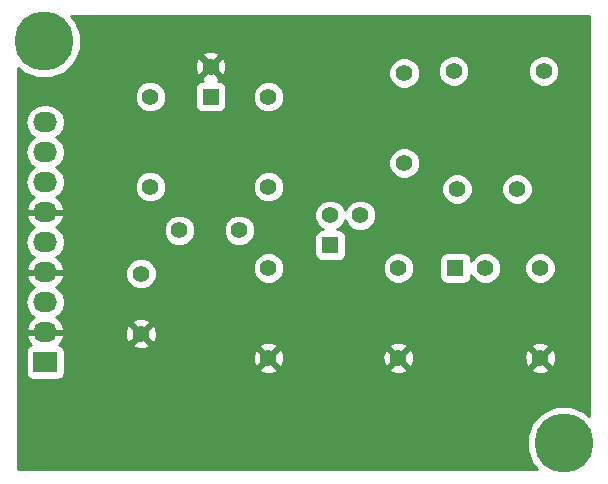
<source format=gtl>
G04 #@! TF.FileFunction,Copper,L1,Top,Signal*
%FSLAX45Y45*%
G04 Gerber Fmt 4.5, Leading zero omitted, Abs format (unit mm)*
G04 Created by KiCad (PCBNEW (2015-01-25 BZR 5388)-product) date Mo 03 Aug 2015 14:17:27 CEST*
%MOMM*%
G01*
G04 APERTURE LIST*
%ADD10C,0.150000*%
%ADD11C,5.001260*%
%ADD12C,1.397000*%
%ADD13R,2.032000X1.727200*%
%ADD14O,2.032000X1.727200*%
%ADD15R,1.397000X1.397000*%
%ADD16C,0.254000*%
G04 APERTURE END LIST*
D10*
D11*
X17100042Y-9900158D03*
X12700000Y-6499860D03*
D12*
X14599920Y-8419084D03*
X14599920Y-9181084D03*
X16899890Y-8419084D03*
X16899890Y-9181084D03*
X16168878Y-6750050D03*
X16930878Y-6750050D03*
X15749778Y-6769100D03*
X15749778Y-7531100D03*
X14599920Y-6968998D03*
X14599920Y-7730998D03*
X13599922Y-6968998D03*
X13599922Y-7730998D03*
X15699994Y-8419084D03*
X15699994Y-9181084D03*
X16195802Y-7750048D03*
X16703802Y-7750048D03*
X13846048Y-8100060D03*
X14354048Y-8100060D03*
X13519912Y-8466074D03*
X13519912Y-8974074D03*
D13*
X12710000Y-9216000D03*
D14*
X12710000Y-8962000D03*
X12710000Y-8708000D03*
X12710000Y-8454000D03*
X12710000Y-8200000D03*
X12710000Y-7946000D03*
X12710000Y-7692000D03*
X12710000Y-7438000D03*
X12710000Y-7184000D03*
D15*
X14110000Y-6967000D03*
D12*
X14110000Y-6713000D03*
D15*
X16183000Y-8420000D03*
D12*
X16437000Y-8420000D03*
D15*
X15123000Y-8227000D03*
D12*
X15123000Y-7973000D03*
X15377000Y-7973000D03*
D16*
G36*
X17317466Y-9674129D02*
X17277893Y-9634487D01*
X17162687Y-9586650D01*
X17064251Y-9586564D01*
X17064251Y-6723641D01*
X17043993Y-6674612D01*
X17006513Y-6637067D01*
X16957519Y-6616723D01*
X16904469Y-6616677D01*
X16855440Y-6636935D01*
X16817895Y-6674415D01*
X16797551Y-6723409D01*
X16797505Y-6776459D01*
X16817763Y-6825488D01*
X16855243Y-6863033D01*
X16904237Y-6883377D01*
X16957287Y-6883423D01*
X17006316Y-6863165D01*
X17043861Y-6825685D01*
X17064205Y-6776691D01*
X17064251Y-6723641D01*
X17064251Y-9586564D01*
X17037944Y-9586541D01*
X17034483Y-9587971D01*
X17034483Y-9200336D01*
X17033263Y-9177888D01*
X17033263Y-8392675D01*
X17013005Y-8343646D01*
X16975525Y-8306101D01*
X16926531Y-8285757D01*
X16873481Y-8285711D01*
X16837175Y-8300712D01*
X16837175Y-7723639D01*
X16816917Y-7674610D01*
X16779437Y-7637065D01*
X16730443Y-7616721D01*
X16677393Y-7616675D01*
X16628364Y-7636933D01*
X16590819Y-7674413D01*
X16570475Y-7723407D01*
X16570429Y-7776457D01*
X16590687Y-7825486D01*
X16628167Y-7863031D01*
X16677161Y-7883375D01*
X16730211Y-7883421D01*
X16779240Y-7863163D01*
X16816785Y-7825683D01*
X16837129Y-7776689D01*
X16837175Y-7723639D01*
X16837175Y-8300712D01*
X16824452Y-8305969D01*
X16786907Y-8343449D01*
X16766563Y-8392443D01*
X16766517Y-8445493D01*
X16786775Y-8494522D01*
X16824255Y-8532067D01*
X16873249Y-8552411D01*
X16926299Y-8552457D01*
X16975328Y-8532199D01*
X17012873Y-8494719D01*
X17033217Y-8445725D01*
X17033263Y-8392675D01*
X17033263Y-9177888D01*
X17031605Y-9147364D01*
X17016870Y-9111791D01*
X16993309Y-9105626D01*
X16975348Y-9123586D01*
X16975348Y-9087665D01*
X16969183Y-9064104D01*
X16919142Y-9046491D01*
X16866170Y-9049369D01*
X16830597Y-9064104D01*
X16824432Y-9087665D01*
X16899890Y-9163124D01*
X16975348Y-9087665D01*
X16975348Y-9123586D01*
X16917851Y-9181084D01*
X16993309Y-9256542D01*
X17016870Y-9250377D01*
X17034483Y-9200336D01*
X17034483Y-9587971D01*
X16975348Y-9612405D01*
X16975348Y-9274503D01*
X16899890Y-9199045D01*
X16881930Y-9217005D01*
X16881930Y-9181084D01*
X16806471Y-9105626D01*
X16782910Y-9111791D01*
X16765297Y-9161832D01*
X16768175Y-9214804D01*
X16782910Y-9250377D01*
X16806471Y-9256542D01*
X16881930Y-9181084D01*
X16881930Y-9217005D01*
X16824432Y-9274503D01*
X16830597Y-9298064D01*
X16880638Y-9315677D01*
X16933610Y-9312799D01*
X16969183Y-9298064D01*
X16975348Y-9274503D01*
X16975348Y-9612405D01*
X16922655Y-9634177D01*
X16834371Y-9722307D01*
X16786534Y-9837513D01*
X16786425Y-9962256D01*
X16834061Y-10077545D01*
X16873775Y-10117328D01*
X16570373Y-10117328D01*
X16570373Y-8393591D01*
X16550115Y-8344562D01*
X16512635Y-8307017D01*
X16463641Y-8286673D01*
X16410591Y-8286627D01*
X16361562Y-8306885D01*
X16329175Y-8339216D01*
X16329175Y-7723639D01*
X16308917Y-7674610D01*
X16302251Y-7667933D01*
X16302251Y-6723641D01*
X16281993Y-6674612D01*
X16244513Y-6637067D01*
X16195519Y-6616723D01*
X16142469Y-6616677D01*
X16093440Y-6636935D01*
X16055895Y-6674415D01*
X16035551Y-6723409D01*
X16035505Y-6776459D01*
X16055763Y-6825488D01*
X16093243Y-6863033D01*
X16142237Y-6883377D01*
X16195287Y-6883423D01*
X16244316Y-6863165D01*
X16281861Y-6825685D01*
X16302205Y-6776691D01*
X16302251Y-6723641D01*
X16302251Y-7667933D01*
X16271437Y-7637065D01*
X16222443Y-7616721D01*
X16169393Y-7616675D01*
X16120364Y-7636933D01*
X16082819Y-7674413D01*
X16062475Y-7723407D01*
X16062429Y-7776457D01*
X16082687Y-7825486D01*
X16120167Y-7863031D01*
X16169161Y-7883375D01*
X16222211Y-7883421D01*
X16271240Y-7863163D01*
X16308785Y-7825683D01*
X16329129Y-7776689D01*
X16329175Y-7723639D01*
X16329175Y-8339216D01*
X16324017Y-8344365D01*
X16317594Y-8359834D01*
X16317594Y-8350150D01*
X16312896Y-8325938D01*
X16298917Y-8304657D01*
X16277814Y-8290412D01*
X16252850Y-8285406D01*
X16113150Y-8285406D01*
X16088938Y-8290104D01*
X16067657Y-8304083D01*
X16053412Y-8325186D01*
X16048406Y-8350150D01*
X16048406Y-8489850D01*
X16053104Y-8514062D01*
X16067083Y-8535343D01*
X16088186Y-8549588D01*
X16113150Y-8554594D01*
X16252850Y-8554594D01*
X16277062Y-8549896D01*
X16298343Y-8535917D01*
X16312588Y-8514814D01*
X16317594Y-8489850D01*
X16317594Y-8480212D01*
X16323885Y-8495438D01*
X16361365Y-8532983D01*
X16410359Y-8553327D01*
X16463409Y-8553373D01*
X16512438Y-8533115D01*
X16549983Y-8495635D01*
X16570327Y-8446641D01*
X16570373Y-8393591D01*
X16570373Y-10117328D01*
X15883151Y-10117328D01*
X15883151Y-7504691D01*
X15883151Y-6742691D01*
X15862893Y-6693662D01*
X15825413Y-6656117D01*
X15776419Y-6635773D01*
X15723369Y-6635727D01*
X15674340Y-6655985D01*
X15636795Y-6693465D01*
X15616451Y-6742459D01*
X15616405Y-6795509D01*
X15636663Y-6844538D01*
X15674143Y-6882083D01*
X15723137Y-6902427D01*
X15776187Y-6902473D01*
X15825216Y-6882215D01*
X15862761Y-6844735D01*
X15883105Y-6795741D01*
X15883151Y-6742691D01*
X15883151Y-7504691D01*
X15862893Y-7455662D01*
X15825413Y-7418117D01*
X15776419Y-7397773D01*
X15723369Y-7397727D01*
X15674340Y-7417985D01*
X15636795Y-7455465D01*
X15616451Y-7504459D01*
X15616405Y-7557509D01*
X15636663Y-7606538D01*
X15674143Y-7644083D01*
X15723137Y-7664427D01*
X15776187Y-7664473D01*
X15825216Y-7644215D01*
X15862761Y-7606735D01*
X15883105Y-7557741D01*
X15883151Y-7504691D01*
X15883151Y-10117328D01*
X15834587Y-10117328D01*
X15834587Y-9200336D01*
X15833367Y-9177888D01*
X15833367Y-8392675D01*
X15813109Y-8343646D01*
X15775629Y-8306101D01*
X15726635Y-8285757D01*
X15673585Y-8285711D01*
X15624556Y-8305969D01*
X15587011Y-8343449D01*
X15566667Y-8392443D01*
X15566621Y-8445493D01*
X15586879Y-8494522D01*
X15624359Y-8532067D01*
X15673353Y-8552411D01*
X15726403Y-8552457D01*
X15775432Y-8532199D01*
X15812977Y-8494719D01*
X15833321Y-8445725D01*
X15833367Y-8392675D01*
X15833367Y-9177888D01*
X15831709Y-9147364D01*
X15816974Y-9111791D01*
X15793413Y-9105626D01*
X15775452Y-9123586D01*
X15775452Y-9087665D01*
X15769287Y-9064104D01*
X15719246Y-9046491D01*
X15666274Y-9049369D01*
X15630701Y-9064104D01*
X15624536Y-9087665D01*
X15699994Y-9163124D01*
X15775452Y-9087665D01*
X15775452Y-9123586D01*
X15717954Y-9181084D01*
X15793413Y-9256542D01*
X15816974Y-9250377D01*
X15834587Y-9200336D01*
X15834587Y-10117328D01*
X15775452Y-10117328D01*
X15775452Y-9274503D01*
X15699994Y-9199045D01*
X15682033Y-9217005D01*
X15682033Y-9181084D01*
X15606575Y-9105626D01*
X15583014Y-9111791D01*
X15565401Y-9161832D01*
X15568279Y-9214804D01*
X15583014Y-9250377D01*
X15606575Y-9256542D01*
X15682033Y-9181084D01*
X15682033Y-9217005D01*
X15624536Y-9274503D01*
X15630701Y-9298064D01*
X15680742Y-9315677D01*
X15733714Y-9312799D01*
X15769287Y-9298064D01*
X15775452Y-9274503D01*
X15775452Y-10117328D01*
X15510373Y-10117328D01*
X15510373Y-7946591D01*
X15490115Y-7897562D01*
X15452635Y-7860017D01*
X15403641Y-7839673D01*
X15350591Y-7839627D01*
X15301562Y-7859885D01*
X15264017Y-7897365D01*
X15249991Y-7931145D01*
X15236115Y-7897562D01*
X15198635Y-7860017D01*
X15149641Y-7839673D01*
X15096591Y-7839627D01*
X15047562Y-7859885D01*
X15010017Y-7897365D01*
X14989673Y-7946359D01*
X14989627Y-7999409D01*
X15009885Y-8048438D01*
X15047365Y-8085983D01*
X15062834Y-8092406D01*
X15053150Y-8092406D01*
X15028938Y-8097104D01*
X15007657Y-8111083D01*
X14993412Y-8132186D01*
X14988406Y-8157150D01*
X14988406Y-8296850D01*
X14993104Y-8321062D01*
X15007083Y-8342343D01*
X15028186Y-8356588D01*
X15053150Y-8361594D01*
X15192850Y-8361594D01*
X15217062Y-8356896D01*
X15238343Y-8342917D01*
X15252588Y-8321814D01*
X15257594Y-8296850D01*
X15257594Y-8157150D01*
X15252896Y-8132938D01*
X15238917Y-8111657D01*
X15217814Y-8097412D01*
X15192850Y-8092406D01*
X15183212Y-8092406D01*
X15198438Y-8086115D01*
X15235983Y-8048635D01*
X15250009Y-8014855D01*
X15263885Y-8048438D01*
X15301365Y-8085983D01*
X15350359Y-8106327D01*
X15403409Y-8106373D01*
X15452438Y-8086115D01*
X15489983Y-8048635D01*
X15510327Y-7999641D01*
X15510373Y-7946591D01*
X15510373Y-10117328D01*
X14734513Y-10117328D01*
X14734513Y-9200336D01*
X14733293Y-9177888D01*
X14733293Y-8392675D01*
X14733293Y-7704589D01*
X14733293Y-6942589D01*
X14713035Y-6893560D01*
X14675555Y-6856015D01*
X14626561Y-6835671D01*
X14573511Y-6835625D01*
X14524482Y-6855883D01*
X14486937Y-6893363D01*
X14466593Y-6942357D01*
X14466547Y-6995407D01*
X14486805Y-7044436D01*
X14524285Y-7081981D01*
X14573279Y-7102325D01*
X14626329Y-7102371D01*
X14675358Y-7082113D01*
X14712903Y-7044633D01*
X14733247Y-6995639D01*
X14733293Y-6942589D01*
X14733293Y-7704589D01*
X14713035Y-7655560D01*
X14675555Y-7618015D01*
X14626561Y-7597671D01*
X14573511Y-7597625D01*
X14524482Y-7617883D01*
X14486937Y-7655363D01*
X14466593Y-7704357D01*
X14466547Y-7757407D01*
X14486805Y-7806436D01*
X14524285Y-7843981D01*
X14573279Y-7864325D01*
X14626329Y-7864371D01*
X14675358Y-7844113D01*
X14712903Y-7806633D01*
X14733247Y-7757639D01*
X14733293Y-7704589D01*
X14733293Y-8392675D01*
X14713035Y-8343646D01*
X14675555Y-8306101D01*
X14626561Y-8285757D01*
X14573511Y-8285711D01*
X14524482Y-8305969D01*
X14487421Y-8342966D01*
X14487421Y-8073651D01*
X14467163Y-8024622D01*
X14429683Y-7987077D01*
X14380689Y-7966733D01*
X14327639Y-7966687D01*
X14278610Y-7986945D01*
X14244594Y-8020902D01*
X14244594Y-7036850D01*
X14244594Y-6897150D01*
X14244593Y-6897143D01*
X14244593Y-6732252D01*
X14241715Y-6679280D01*
X14226980Y-6643707D01*
X14203419Y-6637542D01*
X14185458Y-6655502D01*
X14185458Y-6619581D01*
X14179293Y-6596020D01*
X14129252Y-6578407D01*
X14076280Y-6581285D01*
X14040707Y-6596020D01*
X14034542Y-6619581D01*
X14110000Y-6695039D01*
X14185458Y-6619581D01*
X14185458Y-6655502D01*
X14127960Y-6713000D01*
X14203419Y-6788458D01*
X14226980Y-6782293D01*
X14244593Y-6732252D01*
X14244593Y-6897143D01*
X14239896Y-6872938D01*
X14225917Y-6851657D01*
X14204814Y-6837412D01*
X14179850Y-6832406D01*
X14173436Y-6832406D01*
X14179293Y-6829980D01*
X14185458Y-6806419D01*
X14110000Y-6730960D01*
X14092039Y-6748921D01*
X14092039Y-6713000D01*
X14016581Y-6637542D01*
X13993020Y-6643707D01*
X13975407Y-6693748D01*
X13978285Y-6746720D01*
X13993020Y-6782293D01*
X14016581Y-6788458D01*
X14092039Y-6713000D01*
X14092039Y-6748921D01*
X14034542Y-6806419D01*
X14040707Y-6829980D01*
X14047600Y-6832406D01*
X14040150Y-6832406D01*
X14015938Y-6837104D01*
X13994657Y-6851083D01*
X13980412Y-6872186D01*
X13975406Y-6897150D01*
X13975406Y-7036850D01*
X13980104Y-7061062D01*
X13994083Y-7082343D01*
X14015186Y-7096588D01*
X14040150Y-7101594D01*
X14179850Y-7101594D01*
X14204062Y-7096896D01*
X14225343Y-7082917D01*
X14239588Y-7061814D01*
X14244594Y-7036850D01*
X14244594Y-8020902D01*
X14241065Y-8024425D01*
X14220721Y-8073419D01*
X14220675Y-8126469D01*
X14240933Y-8175498D01*
X14278413Y-8213043D01*
X14327407Y-8233387D01*
X14380457Y-8233433D01*
X14429486Y-8213175D01*
X14467031Y-8175695D01*
X14487375Y-8126701D01*
X14487421Y-8073651D01*
X14487421Y-8342966D01*
X14486937Y-8343449D01*
X14466593Y-8392443D01*
X14466547Y-8445493D01*
X14486805Y-8494522D01*
X14524285Y-8532067D01*
X14573279Y-8552411D01*
X14626329Y-8552457D01*
X14675358Y-8532199D01*
X14712903Y-8494719D01*
X14733247Y-8445725D01*
X14733293Y-8392675D01*
X14733293Y-9177888D01*
X14731635Y-9147364D01*
X14716900Y-9111791D01*
X14693339Y-9105626D01*
X14675378Y-9123586D01*
X14675378Y-9087665D01*
X14669213Y-9064104D01*
X14619172Y-9046491D01*
X14566200Y-9049369D01*
X14530627Y-9064104D01*
X14524462Y-9087665D01*
X14599920Y-9163124D01*
X14675378Y-9087665D01*
X14675378Y-9123586D01*
X14617880Y-9181084D01*
X14693339Y-9256542D01*
X14716900Y-9250377D01*
X14734513Y-9200336D01*
X14734513Y-10117328D01*
X14675378Y-10117328D01*
X14675378Y-9274503D01*
X14599920Y-9199045D01*
X14581959Y-9217005D01*
X14581959Y-9181084D01*
X14506501Y-9105626D01*
X14482940Y-9111791D01*
X14465327Y-9161832D01*
X14468205Y-9214804D01*
X14482940Y-9250377D01*
X14506501Y-9256542D01*
X14581959Y-9181084D01*
X14581959Y-9217005D01*
X14524462Y-9274503D01*
X14530627Y-9298064D01*
X14580668Y-9315677D01*
X14633640Y-9312799D01*
X14669213Y-9298064D01*
X14675378Y-9274503D01*
X14675378Y-10117328D01*
X13979421Y-10117328D01*
X13979421Y-8073651D01*
X13959163Y-8024622D01*
X13921683Y-7987077D01*
X13872689Y-7966733D01*
X13819639Y-7966687D01*
X13770610Y-7986945D01*
X13733295Y-8024195D01*
X13733295Y-7704589D01*
X13733295Y-6942589D01*
X13713037Y-6893560D01*
X13675557Y-6856015D01*
X13626563Y-6835671D01*
X13573513Y-6835625D01*
X13524484Y-6855883D01*
X13486939Y-6893363D01*
X13466595Y-6942357D01*
X13466549Y-6995407D01*
X13486807Y-7044436D01*
X13524287Y-7081981D01*
X13573281Y-7102325D01*
X13626331Y-7102371D01*
X13675360Y-7082113D01*
X13712905Y-7044633D01*
X13733249Y-6995639D01*
X13733295Y-6942589D01*
X13733295Y-7704589D01*
X13713037Y-7655560D01*
X13675557Y-7618015D01*
X13626563Y-7597671D01*
X13573513Y-7597625D01*
X13524484Y-7617883D01*
X13486939Y-7655363D01*
X13466595Y-7704357D01*
X13466549Y-7757407D01*
X13486807Y-7806436D01*
X13524287Y-7843981D01*
X13573281Y-7864325D01*
X13626331Y-7864371D01*
X13675360Y-7844113D01*
X13712905Y-7806633D01*
X13733249Y-7757639D01*
X13733295Y-7704589D01*
X13733295Y-8024195D01*
X13733065Y-8024425D01*
X13712721Y-8073419D01*
X13712675Y-8126469D01*
X13732933Y-8175498D01*
X13770413Y-8213043D01*
X13819407Y-8233387D01*
X13872457Y-8233433D01*
X13921486Y-8213175D01*
X13959031Y-8175695D01*
X13979375Y-8126701D01*
X13979421Y-8073651D01*
X13979421Y-10117328D01*
X13654505Y-10117328D01*
X13654505Y-8993326D01*
X13653285Y-8970878D01*
X13653285Y-8439665D01*
X13633027Y-8390636D01*
X13595547Y-8353091D01*
X13546553Y-8332747D01*
X13493503Y-8332701D01*
X13444474Y-8352959D01*
X13406929Y-8390439D01*
X13386585Y-8439433D01*
X13386539Y-8492483D01*
X13406797Y-8541512D01*
X13444277Y-8579057D01*
X13493271Y-8599401D01*
X13546321Y-8599447D01*
X13595350Y-8579189D01*
X13632895Y-8541709D01*
X13653239Y-8492715D01*
X13653285Y-8439665D01*
X13653285Y-8970878D01*
X13651627Y-8940354D01*
X13636892Y-8904781D01*
X13613331Y-8898616D01*
X13595370Y-8916576D01*
X13595370Y-8880655D01*
X13589205Y-8857094D01*
X13539164Y-8839481D01*
X13486192Y-8842359D01*
X13450619Y-8857094D01*
X13444454Y-8880655D01*
X13519912Y-8956114D01*
X13595370Y-8880655D01*
X13595370Y-8916576D01*
X13537872Y-8974074D01*
X13613331Y-9049532D01*
X13636892Y-9043367D01*
X13654505Y-8993326D01*
X13654505Y-10117328D01*
X13595370Y-10117328D01*
X13595370Y-9067493D01*
X13519912Y-8992035D01*
X13501951Y-9009995D01*
X13501951Y-8974074D01*
X13426493Y-8898616D01*
X13402932Y-8904781D01*
X13385319Y-8954822D01*
X13388197Y-9007794D01*
X13402932Y-9043367D01*
X13426493Y-9049532D01*
X13501951Y-8974074D01*
X13501951Y-9009995D01*
X13444454Y-9067493D01*
X13450619Y-9091054D01*
X13500660Y-9108667D01*
X13553632Y-9105789D01*
X13589205Y-9091054D01*
X13595370Y-9067493D01*
X13595370Y-10117328D01*
X12878334Y-10117328D01*
X12878334Y-8708000D01*
X12878334Y-8200000D01*
X12878334Y-7692000D01*
X12866927Y-7634651D01*
X12834441Y-7586033D01*
X12802963Y-7565000D01*
X12834441Y-7543967D01*
X12866927Y-7495349D01*
X12878334Y-7438000D01*
X12866927Y-7380651D01*
X12834441Y-7332033D01*
X12802963Y-7311000D01*
X12834441Y-7289967D01*
X12866927Y-7241349D01*
X12878334Y-7184000D01*
X12866927Y-7126651D01*
X12834441Y-7078033D01*
X12785823Y-7045547D01*
X12728474Y-7034140D01*
X12691525Y-7034140D01*
X12634177Y-7045547D01*
X12585558Y-7078033D01*
X12553073Y-7126651D01*
X12541665Y-7184000D01*
X12553073Y-7241349D01*
X12585558Y-7289967D01*
X12617036Y-7311000D01*
X12585558Y-7332033D01*
X12553073Y-7380651D01*
X12541665Y-7438000D01*
X12553073Y-7495349D01*
X12585558Y-7543967D01*
X12617036Y-7565000D01*
X12585558Y-7586033D01*
X12553073Y-7634651D01*
X12541665Y-7692000D01*
X12553073Y-7749349D01*
X12585558Y-7797967D01*
X12616507Y-7818646D01*
X12574927Y-7855796D01*
X12549529Y-7908521D01*
X12549264Y-7910097D01*
X12561378Y-7933300D01*
X12697300Y-7933300D01*
X12697300Y-7931300D01*
X12722700Y-7931300D01*
X12722700Y-7933300D01*
X12858622Y-7933300D01*
X12870736Y-7910097D01*
X12870471Y-7908521D01*
X12845073Y-7855796D01*
X12803493Y-7818646D01*
X12834441Y-7797967D01*
X12866927Y-7749349D01*
X12878334Y-7692000D01*
X12878334Y-8200000D01*
X12866927Y-8142651D01*
X12834441Y-8094033D01*
X12803493Y-8073354D01*
X12845073Y-8036204D01*
X12870471Y-7983479D01*
X12870736Y-7981903D01*
X12858622Y-7958700D01*
X12722700Y-7958700D01*
X12722700Y-7960700D01*
X12697300Y-7960700D01*
X12697300Y-7958700D01*
X12561378Y-7958700D01*
X12549264Y-7981903D01*
X12549529Y-7983479D01*
X12574927Y-8036204D01*
X12616507Y-8073354D01*
X12585558Y-8094033D01*
X12553073Y-8142651D01*
X12541665Y-8200000D01*
X12553073Y-8257349D01*
X12585558Y-8305967D01*
X12616507Y-8326646D01*
X12574927Y-8363796D01*
X12549529Y-8416521D01*
X12549264Y-8418097D01*
X12561378Y-8441300D01*
X12697300Y-8441300D01*
X12697300Y-8439300D01*
X12722700Y-8439300D01*
X12722700Y-8441300D01*
X12858622Y-8441300D01*
X12870736Y-8418097D01*
X12870471Y-8416521D01*
X12845073Y-8363796D01*
X12803493Y-8326646D01*
X12834441Y-8305967D01*
X12866927Y-8257349D01*
X12878334Y-8200000D01*
X12878334Y-8708000D01*
X12866927Y-8650651D01*
X12834441Y-8602033D01*
X12803493Y-8581354D01*
X12845073Y-8544204D01*
X12870471Y-8491479D01*
X12870736Y-8489903D01*
X12858622Y-8466700D01*
X12722700Y-8466700D01*
X12722700Y-8468700D01*
X12697300Y-8468700D01*
X12697300Y-8466700D01*
X12561378Y-8466700D01*
X12549264Y-8489903D01*
X12549529Y-8491479D01*
X12574927Y-8544204D01*
X12616507Y-8581354D01*
X12585558Y-8602033D01*
X12553073Y-8650651D01*
X12541665Y-8708000D01*
X12553073Y-8765349D01*
X12585558Y-8813967D01*
X12616507Y-8834646D01*
X12574927Y-8871796D01*
X12549529Y-8924521D01*
X12549264Y-8926097D01*
X12561378Y-8949300D01*
X12697300Y-8949300D01*
X12697300Y-8947300D01*
X12722700Y-8947300D01*
X12722700Y-8949300D01*
X12858622Y-8949300D01*
X12870736Y-8926097D01*
X12870471Y-8924521D01*
X12845073Y-8871796D01*
X12803493Y-8834646D01*
X12834441Y-8813967D01*
X12866927Y-8765349D01*
X12878334Y-8708000D01*
X12878334Y-10117328D01*
X12876344Y-10117328D01*
X12876344Y-9302360D01*
X12876344Y-9129640D01*
X12871646Y-9105428D01*
X12857667Y-9084147D01*
X12836564Y-9069902D01*
X12827335Y-9068052D01*
X12845073Y-9052204D01*
X12870471Y-8999479D01*
X12870736Y-8997903D01*
X12858622Y-8974700D01*
X12722700Y-8974700D01*
X12722700Y-8976700D01*
X12697300Y-8976700D01*
X12697300Y-8974700D01*
X12561378Y-8974700D01*
X12549264Y-8997903D01*
X12549529Y-8999479D01*
X12574927Y-9052204D01*
X12592570Y-9067967D01*
X12584188Y-9069594D01*
X12562907Y-9083573D01*
X12548662Y-9104676D01*
X12543656Y-9129640D01*
X12543656Y-9302360D01*
X12548354Y-9326572D01*
X12562333Y-9347853D01*
X12583436Y-9362098D01*
X12608400Y-9367104D01*
X12811600Y-9367104D01*
X12835812Y-9362406D01*
X12857093Y-9348427D01*
X12871338Y-9327324D01*
X12876344Y-9302360D01*
X12876344Y-10117328D01*
X12482576Y-10117328D01*
X12482576Y-6725889D01*
X12522149Y-6765531D01*
X12637355Y-6813368D01*
X12762098Y-6813477D01*
X12877387Y-6765841D01*
X12965671Y-6677711D01*
X13013508Y-6562505D01*
X13013617Y-6437762D01*
X12965981Y-6322473D01*
X12926014Y-6282436D01*
X17317466Y-6282436D01*
X17317466Y-9674129D01*
X17317466Y-9674129D01*
G37*
X17317466Y-9674129D02*
X17277893Y-9634487D01*
X17162687Y-9586650D01*
X17064251Y-9586564D01*
X17064251Y-6723641D01*
X17043993Y-6674612D01*
X17006513Y-6637067D01*
X16957519Y-6616723D01*
X16904469Y-6616677D01*
X16855440Y-6636935D01*
X16817895Y-6674415D01*
X16797551Y-6723409D01*
X16797505Y-6776459D01*
X16817763Y-6825488D01*
X16855243Y-6863033D01*
X16904237Y-6883377D01*
X16957287Y-6883423D01*
X17006316Y-6863165D01*
X17043861Y-6825685D01*
X17064205Y-6776691D01*
X17064251Y-6723641D01*
X17064251Y-9586564D01*
X17037944Y-9586541D01*
X17034483Y-9587971D01*
X17034483Y-9200336D01*
X17033263Y-9177888D01*
X17033263Y-8392675D01*
X17013005Y-8343646D01*
X16975525Y-8306101D01*
X16926531Y-8285757D01*
X16873481Y-8285711D01*
X16837175Y-8300712D01*
X16837175Y-7723639D01*
X16816917Y-7674610D01*
X16779437Y-7637065D01*
X16730443Y-7616721D01*
X16677393Y-7616675D01*
X16628364Y-7636933D01*
X16590819Y-7674413D01*
X16570475Y-7723407D01*
X16570429Y-7776457D01*
X16590687Y-7825486D01*
X16628167Y-7863031D01*
X16677161Y-7883375D01*
X16730211Y-7883421D01*
X16779240Y-7863163D01*
X16816785Y-7825683D01*
X16837129Y-7776689D01*
X16837175Y-7723639D01*
X16837175Y-8300712D01*
X16824452Y-8305969D01*
X16786907Y-8343449D01*
X16766563Y-8392443D01*
X16766517Y-8445493D01*
X16786775Y-8494522D01*
X16824255Y-8532067D01*
X16873249Y-8552411D01*
X16926299Y-8552457D01*
X16975328Y-8532199D01*
X17012873Y-8494719D01*
X17033217Y-8445725D01*
X17033263Y-8392675D01*
X17033263Y-9177888D01*
X17031605Y-9147364D01*
X17016870Y-9111791D01*
X16993309Y-9105626D01*
X16975348Y-9123586D01*
X16975348Y-9087665D01*
X16969183Y-9064104D01*
X16919142Y-9046491D01*
X16866170Y-9049369D01*
X16830597Y-9064104D01*
X16824432Y-9087665D01*
X16899890Y-9163124D01*
X16975348Y-9087665D01*
X16975348Y-9123586D01*
X16917851Y-9181084D01*
X16993309Y-9256542D01*
X17016870Y-9250377D01*
X17034483Y-9200336D01*
X17034483Y-9587971D01*
X16975348Y-9612405D01*
X16975348Y-9274503D01*
X16899890Y-9199045D01*
X16881930Y-9217005D01*
X16881930Y-9181084D01*
X16806471Y-9105626D01*
X16782910Y-9111791D01*
X16765297Y-9161832D01*
X16768175Y-9214804D01*
X16782910Y-9250377D01*
X16806471Y-9256542D01*
X16881930Y-9181084D01*
X16881930Y-9217005D01*
X16824432Y-9274503D01*
X16830597Y-9298064D01*
X16880638Y-9315677D01*
X16933610Y-9312799D01*
X16969183Y-9298064D01*
X16975348Y-9274503D01*
X16975348Y-9612405D01*
X16922655Y-9634177D01*
X16834371Y-9722307D01*
X16786534Y-9837513D01*
X16786425Y-9962256D01*
X16834061Y-10077545D01*
X16873775Y-10117328D01*
X16570373Y-10117328D01*
X16570373Y-8393591D01*
X16550115Y-8344562D01*
X16512635Y-8307017D01*
X16463641Y-8286673D01*
X16410591Y-8286627D01*
X16361562Y-8306885D01*
X16329175Y-8339216D01*
X16329175Y-7723639D01*
X16308917Y-7674610D01*
X16302251Y-7667933D01*
X16302251Y-6723641D01*
X16281993Y-6674612D01*
X16244513Y-6637067D01*
X16195519Y-6616723D01*
X16142469Y-6616677D01*
X16093440Y-6636935D01*
X16055895Y-6674415D01*
X16035551Y-6723409D01*
X16035505Y-6776459D01*
X16055763Y-6825488D01*
X16093243Y-6863033D01*
X16142237Y-6883377D01*
X16195287Y-6883423D01*
X16244316Y-6863165D01*
X16281861Y-6825685D01*
X16302205Y-6776691D01*
X16302251Y-6723641D01*
X16302251Y-7667933D01*
X16271437Y-7637065D01*
X16222443Y-7616721D01*
X16169393Y-7616675D01*
X16120364Y-7636933D01*
X16082819Y-7674413D01*
X16062475Y-7723407D01*
X16062429Y-7776457D01*
X16082687Y-7825486D01*
X16120167Y-7863031D01*
X16169161Y-7883375D01*
X16222211Y-7883421D01*
X16271240Y-7863163D01*
X16308785Y-7825683D01*
X16329129Y-7776689D01*
X16329175Y-7723639D01*
X16329175Y-8339216D01*
X16324017Y-8344365D01*
X16317594Y-8359834D01*
X16317594Y-8350150D01*
X16312896Y-8325938D01*
X16298917Y-8304657D01*
X16277814Y-8290412D01*
X16252850Y-8285406D01*
X16113150Y-8285406D01*
X16088938Y-8290104D01*
X16067657Y-8304083D01*
X16053412Y-8325186D01*
X16048406Y-8350150D01*
X16048406Y-8489850D01*
X16053104Y-8514062D01*
X16067083Y-8535343D01*
X16088186Y-8549588D01*
X16113150Y-8554594D01*
X16252850Y-8554594D01*
X16277062Y-8549896D01*
X16298343Y-8535917D01*
X16312588Y-8514814D01*
X16317594Y-8489850D01*
X16317594Y-8480212D01*
X16323885Y-8495438D01*
X16361365Y-8532983D01*
X16410359Y-8553327D01*
X16463409Y-8553373D01*
X16512438Y-8533115D01*
X16549983Y-8495635D01*
X16570327Y-8446641D01*
X16570373Y-8393591D01*
X16570373Y-10117328D01*
X15883151Y-10117328D01*
X15883151Y-7504691D01*
X15883151Y-6742691D01*
X15862893Y-6693662D01*
X15825413Y-6656117D01*
X15776419Y-6635773D01*
X15723369Y-6635727D01*
X15674340Y-6655985D01*
X15636795Y-6693465D01*
X15616451Y-6742459D01*
X15616405Y-6795509D01*
X15636663Y-6844538D01*
X15674143Y-6882083D01*
X15723137Y-6902427D01*
X15776187Y-6902473D01*
X15825216Y-6882215D01*
X15862761Y-6844735D01*
X15883105Y-6795741D01*
X15883151Y-6742691D01*
X15883151Y-7504691D01*
X15862893Y-7455662D01*
X15825413Y-7418117D01*
X15776419Y-7397773D01*
X15723369Y-7397727D01*
X15674340Y-7417985D01*
X15636795Y-7455465D01*
X15616451Y-7504459D01*
X15616405Y-7557509D01*
X15636663Y-7606538D01*
X15674143Y-7644083D01*
X15723137Y-7664427D01*
X15776187Y-7664473D01*
X15825216Y-7644215D01*
X15862761Y-7606735D01*
X15883105Y-7557741D01*
X15883151Y-7504691D01*
X15883151Y-10117328D01*
X15834587Y-10117328D01*
X15834587Y-9200336D01*
X15833367Y-9177888D01*
X15833367Y-8392675D01*
X15813109Y-8343646D01*
X15775629Y-8306101D01*
X15726635Y-8285757D01*
X15673585Y-8285711D01*
X15624556Y-8305969D01*
X15587011Y-8343449D01*
X15566667Y-8392443D01*
X15566621Y-8445493D01*
X15586879Y-8494522D01*
X15624359Y-8532067D01*
X15673353Y-8552411D01*
X15726403Y-8552457D01*
X15775432Y-8532199D01*
X15812977Y-8494719D01*
X15833321Y-8445725D01*
X15833367Y-8392675D01*
X15833367Y-9177888D01*
X15831709Y-9147364D01*
X15816974Y-9111791D01*
X15793413Y-9105626D01*
X15775452Y-9123586D01*
X15775452Y-9087665D01*
X15769287Y-9064104D01*
X15719246Y-9046491D01*
X15666274Y-9049369D01*
X15630701Y-9064104D01*
X15624536Y-9087665D01*
X15699994Y-9163124D01*
X15775452Y-9087665D01*
X15775452Y-9123586D01*
X15717954Y-9181084D01*
X15793413Y-9256542D01*
X15816974Y-9250377D01*
X15834587Y-9200336D01*
X15834587Y-10117328D01*
X15775452Y-10117328D01*
X15775452Y-9274503D01*
X15699994Y-9199045D01*
X15682033Y-9217005D01*
X15682033Y-9181084D01*
X15606575Y-9105626D01*
X15583014Y-9111791D01*
X15565401Y-9161832D01*
X15568279Y-9214804D01*
X15583014Y-9250377D01*
X15606575Y-9256542D01*
X15682033Y-9181084D01*
X15682033Y-9217005D01*
X15624536Y-9274503D01*
X15630701Y-9298064D01*
X15680742Y-9315677D01*
X15733714Y-9312799D01*
X15769287Y-9298064D01*
X15775452Y-9274503D01*
X15775452Y-10117328D01*
X15510373Y-10117328D01*
X15510373Y-7946591D01*
X15490115Y-7897562D01*
X15452635Y-7860017D01*
X15403641Y-7839673D01*
X15350591Y-7839627D01*
X15301562Y-7859885D01*
X15264017Y-7897365D01*
X15249991Y-7931145D01*
X15236115Y-7897562D01*
X15198635Y-7860017D01*
X15149641Y-7839673D01*
X15096591Y-7839627D01*
X15047562Y-7859885D01*
X15010017Y-7897365D01*
X14989673Y-7946359D01*
X14989627Y-7999409D01*
X15009885Y-8048438D01*
X15047365Y-8085983D01*
X15062834Y-8092406D01*
X15053150Y-8092406D01*
X15028938Y-8097104D01*
X15007657Y-8111083D01*
X14993412Y-8132186D01*
X14988406Y-8157150D01*
X14988406Y-8296850D01*
X14993104Y-8321062D01*
X15007083Y-8342343D01*
X15028186Y-8356588D01*
X15053150Y-8361594D01*
X15192850Y-8361594D01*
X15217062Y-8356896D01*
X15238343Y-8342917D01*
X15252588Y-8321814D01*
X15257594Y-8296850D01*
X15257594Y-8157150D01*
X15252896Y-8132938D01*
X15238917Y-8111657D01*
X15217814Y-8097412D01*
X15192850Y-8092406D01*
X15183212Y-8092406D01*
X15198438Y-8086115D01*
X15235983Y-8048635D01*
X15250009Y-8014855D01*
X15263885Y-8048438D01*
X15301365Y-8085983D01*
X15350359Y-8106327D01*
X15403409Y-8106373D01*
X15452438Y-8086115D01*
X15489983Y-8048635D01*
X15510327Y-7999641D01*
X15510373Y-7946591D01*
X15510373Y-10117328D01*
X14734513Y-10117328D01*
X14734513Y-9200336D01*
X14733293Y-9177888D01*
X14733293Y-8392675D01*
X14733293Y-7704589D01*
X14733293Y-6942589D01*
X14713035Y-6893560D01*
X14675555Y-6856015D01*
X14626561Y-6835671D01*
X14573511Y-6835625D01*
X14524482Y-6855883D01*
X14486937Y-6893363D01*
X14466593Y-6942357D01*
X14466547Y-6995407D01*
X14486805Y-7044436D01*
X14524285Y-7081981D01*
X14573279Y-7102325D01*
X14626329Y-7102371D01*
X14675358Y-7082113D01*
X14712903Y-7044633D01*
X14733247Y-6995639D01*
X14733293Y-6942589D01*
X14733293Y-7704589D01*
X14713035Y-7655560D01*
X14675555Y-7618015D01*
X14626561Y-7597671D01*
X14573511Y-7597625D01*
X14524482Y-7617883D01*
X14486937Y-7655363D01*
X14466593Y-7704357D01*
X14466547Y-7757407D01*
X14486805Y-7806436D01*
X14524285Y-7843981D01*
X14573279Y-7864325D01*
X14626329Y-7864371D01*
X14675358Y-7844113D01*
X14712903Y-7806633D01*
X14733247Y-7757639D01*
X14733293Y-7704589D01*
X14733293Y-8392675D01*
X14713035Y-8343646D01*
X14675555Y-8306101D01*
X14626561Y-8285757D01*
X14573511Y-8285711D01*
X14524482Y-8305969D01*
X14487421Y-8342966D01*
X14487421Y-8073651D01*
X14467163Y-8024622D01*
X14429683Y-7987077D01*
X14380689Y-7966733D01*
X14327639Y-7966687D01*
X14278610Y-7986945D01*
X14244594Y-8020902D01*
X14244594Y-7036850D01*
X14244594Y-6897150D01*
X14244593Y-6897143D01*
X14244593Y-6732252D01*
X14241715Y-6679280D01*
X14226980Y-6643707D01*
X14203419Y-6637542D01*
X14185458Y-6655502D01*
X14185458Y-6619581D01*
X14179293Y-6596020D01*
X14129252Y-6578407D01*
X14076280Y-6581285D01*
X14040707Y-6596020D01*
X14034542Y-6619581D01*
X14110000Y-6695039D01*
X14185458Y-6619581D01*
X14185458Y-6655502D01*
X14127960Y-6713000D01*
X14203419Y-6788458D01*
X14226980Y-6782293D01*
X14244593Y-6732252D01*
X14244593Y-6897143D01*
X14239896Y-6872938D01*
X14225917Y-6851657D01*
X14204814Y-6837412D01*
X14179850Y-6832406D01*
X14173436Y-6832406D01*
X14179293Y-6829980D01*
X14185458Y-6806419D01*
X14110000Y-6730960D01*
X14092039Y-6748921D01*
X14092039Y-6713000D01*
X14016581Y-6637542D01*
X13993020Y-6643707D01*
X13975407Y-6693748D01*
X13978285Y-6746720D01*
X13993020Y-6782293D01*
X14016581Y-6788458D01*
X14092039Y-6713000D01*
X14092039Y-6748921D01*
X14034542Y-6806419D01*
X14040707Y-6829980D01*
X14047600Y-6832406D01*
X14040150Y-6832406D01*
X14015938Y-6837104D01*
X13994657Y-6851083D01*
X13980412Y-6872186D01*
X13975406Y-6897150D01*
X13975406Y-7036850D01*
X13980104Y-7061062D01*
X13994083Y-7082343D01*
X14015186Y-7096588D01*
X14040150Y-7101594D01*
X14179850Y-7101594D01*
X14204062Y-7096896D01*
X14225343Y-7082917D01*
X14239588Y-7061814D01*
X14244594Y-7036850D01*
X14244594Y-8020902D01*
X14241065Y-8024425D01*
X14220721Y-8073419D01*
X14220675Y-8126469D01*
X14240933Y-8175498D01*
X14278413Y-8213043D01*
X14327407Y-8233387D01*
X14380457Y-8233433D01*
X14429486Y-8213175D01*
X14467031Y-8175695D01*
X14487375Y-8126701D01*
X14487421Y-8073651D01*
X14487421Y-8342966D01*
X14486937Y-8343449D01*
X14466593Y-8392443D01*
X14466547Y-8445493D01*
X14486805Y-8494522D01*
X14524285Y-8532067D01*
X14573279Y-8552411D01*
X14626329Y-8552457D01*
X14675358Y-8532199D01*
X14712903Y-8494719D01*
X14733247Y-8445725D01*
X14733293Y-8392675D01*
X14733293Y-9177888D01*
X14731635Y-9147364D01*
X14716900Y-9111791D01*
X14693339Y-9105626D01*
X14675378Y-9123586D01*
X14675378Y-9087665D01*
X14669213Y-9064104D01*
X14619172Y-9046491D01*
X14566200Y-9049369D01*
X14530627Y-9064104D01*
X14524462Y-9087665D01*
X14599920Y-9163124D01*
X14675378Y-9087665D01*
X14675378Y-9123586D01*
X14617880Y-9181084D01*
X14693339Y-9256542D01*
X14716900Y-9250377D01*
X14734513Y-9200336D01*
X14734513Y-10117328D01*
X14675378Y-10117328D01*
X14675378Y-9274503D01*
X14599920Y-9199045D01*
X14581959Y-9217005D01*
X14581959Y-9181084D01*
X14506501Y-9105626D01*
X14482940Y-9111791D01*
X14465327Y-9161832D01*
X14468205Y-9214804D01*
X14482940Y-9250377D01*
X14506501Y-9256542D01*
X14581959Y-9181084D01*
X14581959Y-9217005D01*
X14524462Y-9274503D01*
X14530627Y-9298064D01*
X14580668Y-9315677D01*
X14633640Y-9312799D01*
X14669213Y-9298064D01*
X14675378Y-9274503D01*
X14675378Y-10117328D01*
X13979421Y-10117328D01*
X13979421Y-8073651D01*
X13959163Y-8024622D01*
X13921683Y-7987077D01*
X13872689Y-7966733D01*
X13819639Y-7966687D01*
X13770610Y-7986945D01*
X13733295Y-8024195D01*
X13733295Y-7704589D01*
X13733295Y-6942589D01*
X13713037Y-6893560D01*
X13675557Y-6856015D01*
X13626563Y-6835671D01*
X13573513Y-6835625D01*
X13524484Y-6855883D01*
X13486939Y-6893363D01*
X13466595Y-6942357D01*
X13466549Y-6995407D01*
X13486807Y-7044436D01*
X13524287Y-7081981D01*
X13573281Y-7102325D01*
X13626331Y-7102371D01*
X13675360Y-7082113D01*
X13712905Y-7044633D01*
X13733249Y-6995639D01*
X13733295Y-6942589D01*
X13733295Y-7704589D01*
X13713037Y-7655560D01*
X13675557Y-7618015D01*
X13626563Y-7597671D01*
X13573513Y-7597625D01*
X13524484Y-7617883D01*
X13486939Y-7655363D01*
X13466595Y-7704357D01*
X13466549Y-7757407D01*
X13486807Y-7806436D01*
X13524287Y-7843981D01*
X13573281Y-7864325D01*
X13626331Y-7864371D01*
X13675360Y-7844113D01*
X13712905Y-7806633D01*
X13733249Y-7757639D01*
X13733295Y-7704589D01*
X13733295Y-8024195D01*
X13733065Y-8024425D01*
X13712721Y-8073419D01*
X13712675Y-8126469D01*
X13732933Y-8175498D01*
X13770413Y-8213043D01*
X13819407Y-8233387D01*
X13872457Y-8233433D01*
X13921486Y-8213175D01*
X13959031Y-8175695D01*
X13979375Y-8126701D01*
X13979421Y-8073651D01*
X13979421Y-10117328D01*
X13654505Y-10117328D01*
X13654505Y-8993326D01*
X13653285Y-8970878D01*
X13653285Y-8439665D01*
X13633027Y-8390636D01*
X13595547Y-8353091D01*
X13546553Y-8332747D01*
X13493503Y-8332701D01*
X13444474Y-8352959D01*
X13406929Y-8390439D01*
X13386585Y-8439433D01*
X13386539Y-8492483D01*
X13406797Y-8541512D01*
X13444277Y-8579057D01*
X13493271Y-8599401D01*
X13546321Y-8599447D01*
X13595350Y-8579189D01*
X13632895Y-8541709D01*
X13653239Y-8492715D01*
X13653285Y-8439665D01*
X13653285Y-8970878D01*
X13651627Y-8940354D01*
X13636892Y-8904781D01*
X13613331Y-8898616D01*
X13595370Y-8916576D01*
X13595370Y-8880655D01*
X13589205Y-8857094D01*
X13539164Y-8839481D01*
X13486192Y-8842359D01*
X13450619Y-8857094D01*
X13444454Y-8880655D01*
X13519912Y-8956114D01*
X13595370Y-8880655D01*
X13595370Y-8916576D01*
X13537872Y-8974074D01*
X13613331Y-9049532D01*
X13636892Y-9043367D01*
X13654505Y-8993326D01*
X13654505Y-10117328D01*
X13595370Y-10117328D01*
X13595370Y-9067493D01*
X13519912Y-8992035D01*
X13501951Y-9009995D01*
X13501951Y-8974074D01*
X13426493Y-8898616D01*
X13402932Y-8904781D01*
X13385319Y-8954822D01*
X13388197Y-9007794D01*
X13402932Y-9043367D01*
X13426493Y-9049532D01*
X13501951Y-8974074D01*
X13501951Y-9009995D01*
X13444454Y-9067493D01*
X13450619Y-9091054D01*
X13500660Y-9108667D01*
X13553632Y-9105789D01*
X13589205Y-9091054D01*
X13595370Y-9067493D01*
X13595370Y-10117328D01*
X12878334Y-10117328D01*
X12878334Y-8708000D01*
X12878334Y-8200000D01*
X12878334Y-7692000D01*
X12866927Y-7634651D01*
X12834441Y-7586033D01*
X12802963Y-7565000D01*
X12834441Y-7543967D01*
X12866927Y-7495349D01*
X12878334Y-7438000D01*
X12866927Y-7380651D01*
X12834441Y-7332033D01*
X12802963Y-7311000D01*
X12834441Y-7289967D01*
X12866927Y-7241349D01*
X12878334Y-7184000D01*
X12866927Y-7126651D01*
X12834441Y-7078033D01*
X12785823Y-7045547D01*
X12728474Y-7034140D01*
X12691525Y-7034140D01*
X12634177Y-7045547D01*
X12585558Y-7078033D01*
X12553073Y-7126651D01*
X12541665Y-7184000D01*
X12553073Y-7241349D01*
X12585558Y-7289967D01*
X12617036Y-7311000D01*
X12585558Y-7332033D01*
X12553073Y-7380651D01*
X12541665Y-7438000D01*
X12553073Y-7495349D01*
X12585558Y-7543967D01*
X12617036Y-7565000D01*
X12585558Y-7586033D01*
X12553073Y-7634651D01*
X12541665Y-7692000D01*
X12553073Y-7749349D01*
X12585558Y-7797967D01*
X12616507Y-7818646D01*
X12574927Y-7855796D01*
X12549529Y-7908521D01*
X12549264Y-7910097D01*
X12561378Y-7933300D01*
X12697300Y-7933300D01*
X12697300Y-7931300D01*
X12722700Y-7931300D01*
X12722700Y-7933300D01*
X12858622Y-7933300D01*
X12870736Y-7910097D01*
X12870471Y-7908521D01*
X12845073Y-7855796D01*
X12803493Y-7818646D01*
X12834441Y-7797967D01*
X12866927Y-7749349D01*
X12878334Y-7692000D01*
X12878334Y-8200000D01*
X12866927Y-8142651D01*
X12834441Y-8094033D01*
X12803493Y-8073354D01*
X12845073Y-8036204D01*
X12870471Y-7983479D01*
X12870736Y-7981903D01*
X12858622Y-7958700D01*
X12722700Y-7958700D01*
X12722700Y-7960700D01*
X12697300Y-7960700D01*
X12697300Y-7958700D01*
X12561378Y-7958700D01*
X12549264Y-7981903D01*
X12549529Y-7983479D01*
X12574927Y-8036204D01*
X12616507Y-8073354D01*
X12585558Y-8094033D01*
X12553073Y-8142651D01*
X12541665Y-8200000D01*
X12553073Y-8257349D01*
X12585558Y-8305967D01*
X12616507Y-8326646D01*
X12574927Y-8363796D01*
X12549529Y-8416521D01*
X12549264Y-8418097D01*
X12561378Y-8441300D01*
X12697300Y-8441300D01*
X12697300Y-8439300D01*
X12722700Y-8439300D01*
X12722700Y-8441300D01*
X12858622Y-8441300D01*
X12870736Y-8418097D01*
X12870471Y-8416521D01*
X12845073Y-8363796D01*
X12803493Y-8326646D01*
X12834441Y-8305967D01*
X12866927Y-8257349D01*
X12878334Y-8200000D01*
X12878334Y-8708000D01*
X12866927Y-8650651D01*
X12834441Y-8602033D01*
X12803493Y-8581354D01*
X12845073Y-8544204D01*
X12870471Y-8491479D01*
X12870736Y-8489903D01*
X12858622Y-8466700D01*
X12722700Y-8466700D01*
X12722700Y-8468700D01*
X12697300Y-8468700D01*
X12697300Y-8466700D01*
X12561378Y-8466700D01*
X12549264Y-8489903D01*
X12549529Y-8491479D01*
X12574927Y-8544204D01*
X12616507Y-8581354D01*
X12585558Y-8602033D01*
X12553073Y-8650651D01*
X12541665Y-8708000D01*
X12553073Y-8765349D01*
X12585558Y-8813967D01*
X12616507Y-8834646D01*
X12574927Y-8871796D01*
X12549529Y-8924521D01*
X12549264Y-8926097D01*
X12561378Y-8949300D01*
X12697300Y-8949300D01*
X12697300Y-8947300D01*
X12722700Y-8947300D01*
X12722700Y-8949300D01*
X12858622Y-8949300D01*
X12870736Y-8926097D01*
X12870471Y-8924521D01*
X12845073Y-8871796D01*
X12803493Y-8834646D01*
X12834441Y-8813967D01*
X12866927Y-8765349D01*
X12878334Y-8708000D01*
X12878334Y-10117328D01*
X12876344Y-10117328D01*
X12876344Y-9302360D01*
X12876344Y-9129640D01*
X12871646Y-9105428D01*
X12857667Y-9084147D01*
X12836564Y-9069902D01*
X12827335Y-9068052D01*
X12845073Y-9052204D01*
X12870471Y-8999479D01*
X12870736Y-8997903D01*
X12858622Y-8974700D01*
X12722700Y-8974700D01*
X12722700Y-8976700D01*
X12697300Y-8976700D01*
X12697300Y-8974700D01*
X12561378Y-8974700D01*
X12549264Y-8997903D01*
X12549529Y-8999479D01*
X12574927Y-9052204D01*
X12592570Y-9067967D01*
X12584188Y-9069594D01*
X12562907Y-9083573D01*
X12548662Y-9104676D01*
X12543656Y-9129640D01*
X12543656Y-9302360D01*
X12548354Y-9326572D01*
X12562333Y-9347853D01*
X12583436Y-9362098D01*
X12608400Y-9367104D01*
X12811600Y-9367104D01*
X12835812Y-9362406D01*
X12857093Y-9348427D01*
X12871338Y-9327324D01*
X12876344Y-9302360D01*
X12876344Y-10117328D01*
X12482576Y-10117328D01*
X12482576Y-6725889D01*
X12522149Y-6765531D01*
X12637355Y-6813368D01*
X12762098Y-6813477D01*
X12877387Y-6765841D01*
X12965671Y-6677711D01*
X13013508Y-6562505D01*
X13013617Y-6437762D01*
X12965981Y-6322473D01*
X12926014Y-6282436D01*
X17317466Y-6282436D01*
X17317466Y-9674129D01*
M02*

</source>
